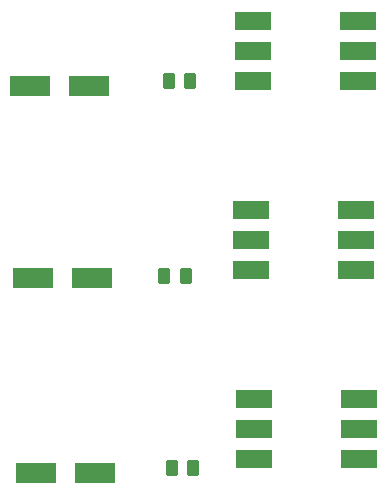
<source format=gbr>
%TF.GenerationSoftware,KiCad,Pcbnew,(6.0.9)*%
%TF.CreationDate,2022-12-21T20:26:07+07:00*%
%TF.ProjectId,3_phase_firing,335f7068-6173-4655-9f66-6972696e672e,rev?*%
%TF.SameCoordinates,Original*%
%TF.FileFunction,Paste,Bot*%
%TF.FilePolarity,Positive*%
%FSLAX46Y46*%
G04 Gerber Fmt 4.6, Leading zero omitted, Abs format (unit mm)*
G04 Created by KiCad (PCBNEW (6.0.9)) date 2022-12-21 20:26:07*
%MOMM*%
%LPD*%
G01*
G04 APERTURE LIST*
G04 Aperture macros list*
%AMRoundRect*
0 Rectangle with rounded corners*
0 $1 Rounding radius*
0 $2 $3 $4 $5 $6 $7 $8 $9 X,Y pos of 4 corners*
0 Add a 4 corners polygon primitive as box body*
4,1,4,$2,$3,$4,$5,$6,$7,$8,$9,$2,$3,0*
0 Add four circle primitives for the rounded corners*
1,1,$1+$1,$2,$3*
1,1,$1+$1,$4,$5*
1,1,$1+$1,$6,$7*
1,1,$1+$1,$8,$9*
0 Add four rect primitives between the rounded corners*
20,1,$1+$1,$2,$3,$4,$5,0*
20,1,$1+$1,$4,$5,$6,$7,0*
20,1,$1+$1,$6,$7,$8,$9,0*
20,1,$1+$1,$8,$9,$2,$3,0*%
G04 Aperture macros list end*
%ADD10R,3.500000X1.800000*%
%ADD11R,3.100000X1.600000*%
%ADD12RoundRect,0.250000X0.262500X0.450000X-0.262500X0.450000X-0.262500X-0.450000X0.262500X-0.450000X0*%
G04 APERTURE END LIST*
D10*
%TO.C,D11*%
X169378000Y-97917000D03*
X164378000Y-97917000D03*
%TD*%
D11*
%TO.C,U12*%
X182880000Y-96774000D03*
X182880000Y-94234000D03*
X182880000Y-91694000D03*
X191770000Y-91694000D03*
X191770000Y-94234000D03*
X191770000Y-96774000D03*
%TD*%
D10*
%TO.C,D9*%
X168870000Y-65151000D03*
X163870000Y-65151000D03*
%TD*%
D11*
%TO.C,U10*%
X182753000Y-64770000D03*
X182753000Y-62230000D03*
X182753000Y-59690000D03*
X191643000Y-59690000D03*
X191643000Y-62230000D03*
X191643000Y-64770000D03*
%TD*%
D12*
%TO.C,R27*%
X177720000Y-97536000D03*
X175895000Y-97536000D03*
%TD*%
%TO.C,R25*%
X177442500Y-64770000D03*
X175617500Y-64770000D03*
%TD*%
D11*
%TO.C,U8*%
X182626000Y-80772000D03*
X182626000Y-78232000D03*
X182626000Y-75692000D03*
X191516000Y-75692000D03*
X191516000Y-78232000D03*
X191516000Y-80772000D03*
%TD*%
D12*
%TO.C,R23*%
X177085000Y-81280000D03*
X175260000Y-81280000D03*
%TD*%
D10*
%TO.C,D7*%
X169164000Y-81407000D03*
X164164000Y-81407000D03*
%TD*%
M02*

</source>
